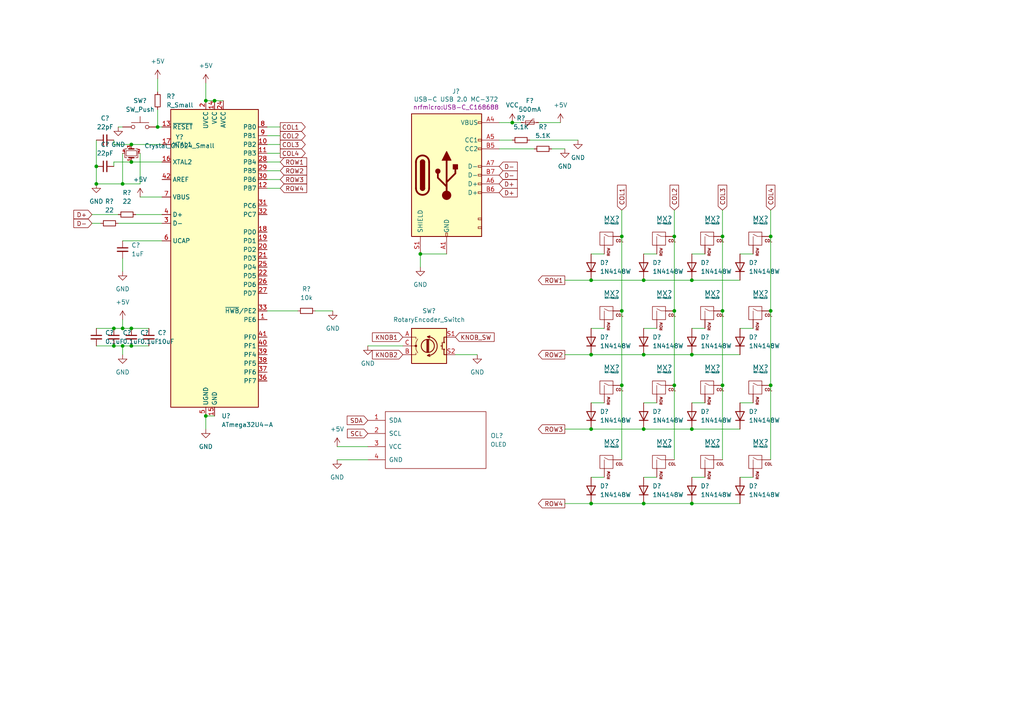
<source format=kicad_sch>
(kicad_sch (version 20211123) (generator eeschema)
  (paper "A4")
  (lib_symbols
    (symbol "Device:C_Small" (pin_numbers hide) (pin_names (offset 0.254) hide)
      (property "Reference" "C" (at 0.254 1.778 0))
      (property "Value" "C_Small" (at 0.254 -2.032 0))
      (symbol "C_Small_0_1"
        (polyline (pts (xy -1.524 -0.508) (xy 1.524 -0.508)) (stroke (width 0.3302)))
        (polyline (pts (xy -1.524 0.508) (xy 1.524 0.508)) (stroke (width 0.3048)))
      )
      (symbol "C_Small_1_1"
        (pin passive line (at 0 2.54 270) (length 2.032) (name "~") (number "1"))
        (pin passive line (at 0 -2.54 90) (length 2.032) (name "~") (number "2"))
      )
    )
    (symbol "Device:Crystal_GND24_Small" (pin_names (offset 1.016) hide)
      (property "Reference" "Y" (at 1.27 4.445 0))
      (property "Value" "Crystal_GND24_Small" (at 1.27 2.54 0))
      (symbol "Crystal_GND24_Small_0_1"
        (rectangle (start -0.762 -1.524) (end 0.762 1.524))
        (polyline (pts (xy -1.27 -0.762) (xy -1.27 0.762)) (stroke (width 0.381)))
        (polyline (pts (xy 1.27 -0.762) (xy 1.27 0.762)) (stroke (width 0.381)))
        (polyline (pts (xy -1.27 -1.27) (xy -1.27 -1.905) (xy 1.27 -1.905) (xy 1.27 -1.27)))
        (polyline (pts (xy -1.27 1.27) (xy -1.27 1.905) (xy 1.27 1.905) (xy 1.27 1.27)))
      )
      (symbol "Crystal_GND24_Small_1_1"
        (pin passive line (at -2.54 0 0) (length 1.27) (name "1") (number "1"))
        (pin passive line (at 0 -2.54 90) (length 0.635) (name "2") (number "2"))
        (pin passive line (at 2.54 0 180) (length 1.27) (name "3") (number "3"))
        (pin passive line (at 0 2.54 270) (length 0.635) (name "4") (number "4"))
      )
    )
    (symbol "Device:Polyfuse_Small" (pin_numbers hide) (pin_names (offset 0))
      (property "Reference" "F" (at -1.905 0 90))
      (property "Value" "Polyfuse_Small" (at 1.905 0 90))
      (symbol "Polyfuse_Small_0_1"
        (rectangle (start -0.508 1.27) (end 0.508 -1.27))
        (polyline (pts (xy 0 2.54) (xy 0 -2.54)))
        (polyline (pts (xy -1.016 1.27) (xy -1.016 0.762) (xy 1.016 -0.762) (xy 1.016 -1.27)))
      )
      (symbol "Polyfuse_Small_1_1"
        (pin passive line (at 0 2.54 270) (length 0.635) (name "~") (number "1"))
        (pin passive line (at 0 -2.54 90) (length 0.635) (name "~") (number "2"))
      )
    )
    (symbol "Device:R_Small" (pin_numbers hide) (pin_names (offset 0.254) hide)
      (property "Reference" "R" (at 0.762 0.508 0))
      (property "Value" "R_Small" (at 0.762 -1.016 0))
      (symbol "R_Small_0_1"
        (rectangle (start -0.762 1.778) (end 0.762 -1.778) (stroke (width 0.2032)))
      )
      (symbol "R_Small_1_1"
        (pin passive line (at 0 2.54 270) (length 0.762) (name "~") (number "1"))
        (pin passive line (at 0 -2.54 90) (length 0.762) (name "~") (number "2"))
      )
    )
    (symbol "Device:RotaryEncoder_Switch" (pin_names (offset 0.254) hide)
      (property "Reference" "SW" (at 0 6.604 0))
      (property "Value" "RotaryEncoder_Switch" (at 0 -6.604 0))
      (symbol "RotaryEncoder_Switch_0_1"
        (rectangle (start -5.08 5.08) (end 5.08 -5.08) (stroke (width 0.254)) (fill (type background)))
        (circle (center -3.81 0) (radius 0.254) (fill (type outline)))
        (arc (start -0.381 -2.794) (mid 2.3622 -0.0508) (end -0.381 2.667) (stroke (width 0.254)))
        (circle (center -0.381 0) (radius 1.905) (stroke (width 0.254)))
        (polyline (pts (xy -0.635 -1.778) (xy -0.635 1.778)) (stroke (width 0.254)))
        (polyline (pts (xy -0.381 -1.778) (xy -0.381 1.778)) (stroke (width 0.254)))
        (polyline (pts (xy -0.127 1.778) (xy -0.127 -1.778)) (stroke (width 0.254)))
        (polyline (pts (xy 3.81 0) (xy 3.429 0)) (stroke (width 0.254)))
        (polyline (pts (xy 3.81 1.016) (xy 3.81 -1.016)) (stroke (width 0.254)))
        (polyline (pts (xy -5.08 -2.54) (xy -3.81 -2.54) (xy -3.81 -2.032)))
        (polyline (pts (xy -5.08 2.54) (xy -3.81 2.54) (xy -3.81 2.032)))
        (polyline (pts (xy 0.254 -3.048) (xy -0.508 -2.794) (xy 0.127 -2.413)) (stroke (width 0.254)))
        (polyline (pts (xy 0.254 2.921) (xy -0.508 2.667) (xy 0.127 2.286)) (stroke (width 0.254)))
        (polyline (pts (xy 5.08 -2.54) (xy 4.318 -2.54) (xy 4.318 -1.016)) (stroke (width 0.254)))
        (polyline (pts (xy 5.08 2.54) (xy 4.318 2.54) (xy 4.318 1.016)) (stroke (width 0.254)))
        (polyline (pts (xy -5.08 0) (xy -3.81 0) (xy -3.81 -1.016) (xy -3.302 -2.032)))
        (polyline (pts (xy -4.318 0) (xy -3.81 0) (xy -3.81 1.016) (xy -3.302 2.032)))
        (circle (center 4.318 -1.016) (radius 0.127) (stroke (width 0.254)))
        (circle (center 4.318 1.016) (radius 0.127) (stroke (width 0.254)))
      )
      (symbol "RotaryEncoder_Switch_1_1"
        (pin passive line (at -7.62 2.54 0) (length 2.54) (name "A") (number "A"))
        (pin passive line (at -7.62 -2.54 0) (length 2.54) (name "B") (number "B"))
        (pin passive line (at -7.62 0 0) (length 2.54) (name "C") (number "C"))
        (pin passive line (at 7.62 2.54 180) (length 2.54) (name "S1") (number "S1"))
        (pin passive line (at 7.62 -2.54 180) (length 2.54) (name "S2") (number "S2"))
      )
    )
    (symbol "Diode:1N4148W" (pin_numbers hide) (pin_names (offset 1.016) hide)
      (property "Reference" "D" (at 0 2.54 0))
      (property "Value" "1N4148W" (at 0 -2.54 0))
      (symbol "1N4148W_0_1"
        (polyline (pts (xy -1.27 1.27) (xy -1.27 -1.27)) (stroke (width 0.254)))
        (polyline (pts (xy 1.27 0) (xy -1.27 0)))
        (polyline (pts (xy 1.27 1.27) (xy 1.27 -1.27) (xy -1.27 0) (xy 1.27 1.27)) (stroke (width 0.254)))
      )
      (symbol "1N4148W_1_1"
        (pin passive line (at -3.81 0 0) (length 2.54) (name "K") (number "1"))
        (pin passive line (at 3.81 0 180) (length 2.54) (name "A") (number "2"))
      )
    )
    (symbol "MCU_Microchip_ATmega:ATmega32U4-A"
      (property "Reference" "U" (at -12.7 44.45 0))
      (property "Value" "ATmega32U4-A" (at 2.54 -44.45 0))
      (symbol "ATmega32U4-A_0_1"
        (rectangle (start -12.7 -43.18) (end 12.7 43.18) (stroke (width 0.254)) (fill (type background)))
      )
      (symbol "ATmega32U4-A_1_1"
        (pin bidirectional line (at 15.24 -17.78 180) (length 2.54) (name "PE6") (number "1"))
        (pin bidirectional line (at 15.24 33.02 180) (length 2.54) (name "PB2") (number "10"))
        (pin bidirectional line (at 15.24 30.48 180) (length 2.54) (name "PB3") (number "11"))
        (pin bidirectional line (at 15.24 20.32 180) (length 2.54) (name "PB7") (number "12"))
        (pin input line (at -15.24 38.1 0) (length 2.54) (name "~{RESET}") (number "13"))
        (pin power_in line (at 0 45.72 270) (length 2.54) (name "VCC") (number "14"))
        (pin power_in line (at 0 -45.72 90) (length 2.54) (name "GND") (number "15"))
        (pin output line (at -15.24 27.94 0) (length 2.54) (name "XTAL2") (number "16"))
        (pin input line (at -15.24 33.02 0) (length 2.54) (name "XTAL1") (number "17"))
        (pin bidirectional line (at 15.24 7.62 180) (length 2.54) (name "PD0") (number "18"))
        (pin bidirectional line (at 15.24 5.08 180) (length 2.54) (name "PD1") (number "19"))
        (pin power_in line (at -2.54 45.72 270) (length 2.54) (name "UVCC") (number "2"))
        (pin bidirectional line (at 15.24 2.54 180) (length 2.54) (name "PD2") (number "20"))
        (pin bidirectional line (at 15.24 0 180) (length 2.54) (name "PD3") (number "21"))
        (pin bidirectional line (at 15.24 -5.08 180) (length 2.54) (name "PD5") (number "22"))
        (pin passive line (at 0 -45.72 90) (length 2.54) hide (name "GND") (number "23"))
        (pin power_in line (at 2.54 45.72 270) (length 2.54) (name "AVCC") (number "24"))
        (pin bidirectional line (at 15.24 -2.54 180) (length 2.54) (name "PD4") (number "25"))
        (pin bidirectional line (at 15.24 -7.62 180) (length 2.54) (name "PD6") (number "26"))
        (pin bidirectional line (at 15.24 -10.16 180) (length 2.54) (name "PD7") (number "27"))
        (pin bidirectional line (at 15.24 27.94 180) (length 2.54) (name "PB4") (number "28"))
        (pin bidirectional line (at 15.24 25.4 180) (length 2.54) (name "PB5") (number "29"))
        (pin bidirectional line (at -15.24 10.16 0) (length 2.54) (name "D-") (number "3"))
        (pin bidirectional line (at 15.24 22.86 180) (length 2.54) (name "PB6") (number "30"))
        (pin bidirectional line (at 15.24 15.24 180) (length 2.54) (name "PC6") (number "31"))
        (pin bidirectional line (at 15.24 12.7 180) (length 2.54) (name "PC7") (number "32"))
        (pin bidirectional line (at 15.24 -15.24 180) (length 2.54) (name "~{HWB}/PE2") (number "33"))
        (pin passive line (at 0 45.72 270) (length 2.54) hide (name "VCC") (number "34"))
        (pin passive line (at 0 -45.72 90) (length 2.54) hide (name "GND") (number "35"))
        (pin bidirectional line (at 15.24 -35.56 180) (length 2.54) (name "PF7") (number "36"))
        (pin bidirectional line (at 15.24 -33.02 180) (length 2.54) (name "PF6") (number "37"))
        (pin bidirectional line (at 15.24 -30.48 180) (length 2.54) (name "PF5") (number "38"))
        (pin bidirectional line (at 15.24 -27.94 180) (length 2.54) (name "PF4") (number "39"))
        (pin bidirectional line (at -15.24 12.7 0) (length 2.54) (name "D+") (number "4"))
        (pin bidirectional line (at 15.24 -25.4 180) (length 2.54) (name "PF1") (number "40"))
        (pin bidirectional line (at 15.24 -22.86 180) (length 2.54) (name "PF0") (number "41"))
        (pin passive line (at -15.24 22.86 0) (length 2.54) (name "AREF") (number "42"))
        (pin passive line (at 0 -45.72 90) (length 2.54) hide (name "GND") (number "43"))
        (pin passive line (at 2.54 45.72 270) (length 2.54) hide (name "AVCC") (number "44"))
        (pin passive line (at -2.54 -45.72 90) (length 2.54) (name "UGND") (number "5"))
        (pin passive line (at -15.24 5.08 0) (length 2.54) (name "UCAP") (number "6"))
        (pin input line (at -15.24 17.78 0) (length 2.54) (name "VBUS") (number "7"))
        (pin bidirectional line (at 15.24 38.1 180) (length 2.54) (name "PB0") (number "8"))
        (pin bidirectional line (at 15.24 35.56 180) (length 2.54) (name "PB1") (number "9"))
      )
    )
    (symbol "MX_Alps_Hybrid:MX-NoLED" (pin_names (offset 1.016))
      (property "Reference" "MX" (at -0.635 3.81 0))
      (property "Value" "MX-NoLED" (at -0.635 1.27 0))
      (symbol "MX-NoLED_0_0"
        (rectangle (start -2.54 2.54) (end 1.27 -1.27))
        (polyline (pts (xy -1.27 -1.27) (xy -1.27 1.27)) (stroke (width 0.127)))
        (polyline (pts (xy 1.27 1.27) (xy 0 1.27) (xy -1.27 1.905)) (stroke (width 0.127)))
        (text "COL" (at 3.175 0 0) (effects (font (size 0.762 0.762))))
        (text "ROW" (at 0 -1.905 900) (effects (font (size 0.762 0.762)) (justify right)))
      )
      (symbol "MX-NoLED_1_1"
        (pin passive line (at 3.81 1.27 180) (length 2.54) (name "COL") (number "1"))
        (pin passive line (at -1.27 -3.81 90) (length 2.54) (name "ROW") (number "2"))
      )
    )
    (symbol "Switch:SW_Push" (pin_numbers hide) (pin_names (offset 1.016) hide)
      (property "Reference" "SW" (at 1.27 2.54 0))
      (property "Value" "SW_Push" (at 0 -1.524 0))
      (symbol "SW_Push_0_1"
        (circle (center -2.032 0) (radius 0.508))
        (polyline (pts (xy 0 1.27) (xy 0 3.048)))
        (polyline (pts (xy 2.54 1.27) (xy -2.54 1.27)))
        (circle (center 2.032 0) (radius 0.508))
        (pin passive line (at -5.08 0 0) (length 2.54) (name "1") (number "1"))
        (pin passive line (at 5.08 0 180) (length 2.54) (name "2") (number "2"))
      )
    )
    (symbol "kbd:OLED" (pin_names (offset 1.016))
      (property "Reference" "OL" (at 0 2.54 0))
      (property "Value" "OLED" (at 0 -1.27 0))
      (symbol "OLED_0_1"
        (rectangle (start -13.97 8.89) (end 15.24 -7.62))
      )
      (symbol "OLED_1_1"
        (pin bidirectional line (at -19.05 6.35 0) (length 5.08) (name "SDA") (number "1"))
        (pin bidirectional line (at -19.05 2.54 0) (length 5.08) (name "SCL") (number "2"))
        (pin power_in line (at -19.05 -1.27 0) (length 5.08) (name "VCC") (number "3"))
        (pin power_in line (at -19.05 -5.08 0) (length 5.08) (name "GND") (number "4"))
      )
    )
    (symbol "nrfmicro:USB_C_Receptacle_USB2.0" (pin_names (offset 1.016))
      (property "Reference" "J" (at -10.16 19.05 0))
      (property "Value" "USB_C_Receptacle_USB2.0" (at 19.05 19.05 0))
      (symbol "USB_C_Receptacle_USB2.0_0_0"
        (rectangle (start -0.254 -17.78) (end 0.254 -16.764))
        (rectangle (start 10.16 -14.986) (end 9.144 -15.494))
        (rectangle (start 10.16 -12.446) (end 9.144 -12.954))
        (rectangle (start 10.16 -4.826) (end 9.144 -5.334))
        (rectangle (start 10.16 -2.286) (end 9.144 -2.794))
        (rectangle (start 10.16 0.254) (end 9.144 -0.254))
        (rectangle (start 10.16 2.794) (end 9.144 2.286))
        (rectangle (start 10.16 7.874) (end 9.144 7.366))
        (rectangle (start 10.16 10.414) (end 9.144 9.906))
        (rectangle (start 10.16 15.494) (end 9.144 14.986))
      )
      (symbol "USB_C_Receptacle_USB2.0_0_1"
        (rectangle (start -10.16 17.78) (end 10.16 -17.78) (stroke (width 0.254)) (fill (type background)))
        (arc (start -8.89 -3.81) (mid -6.985 -5.715) (end -5.08 -3.81) (stroke (width 0.508)))
        (arc (start -7.62 -3.81) (mid -6.985 -4.445) (end -6.35 -3.81) (stroke (width 0.254)))
        (arc (start -7.62 -3.81) (mid -6.985 -4.445) (end -6.35 -3.81) (stroke (width 0.254)) (fill (type outline)))
        (rectangle (start -7.62 -3.81) (end -6.35 3.81) (stroke (width 0.254)) (fill (type outline)))
        (arc (start -6.35 3.81) (mid -6.985 4.445) (end -7.62 3.81) (stroke (width 0.254)))
        (arc (start -6.35 3.81) (mid -6.985 4.445) (end -7.62 3.81) (stroke (width 0.254)) (fill (type outline)))
        (arc (start -5.08 3.81) (mid -6.985 5.715) (end -8.89 3.81) (stroke (width 0.508)))
        (circle (center -2.54 1.143) (radius 0.635) (stroke (width 0.254)) (fill (type outline)))
        (circle (center 0 -5.842) (radius 1.27) (fill (type outline)))
        (polyline (pts (xy -8.89 -3.81) (xy -8.89 3.81)) (stroke (width 0.508)))
        (polyline (pts (xy -5.08 3.81) (xy -5.08 -3.81)) (stroke (width 0.508)))
        (polyline (pts (xy 0 -5.842) (xy 0 4.318)) (stroke (width 0.508)))
        (polyline (pts (xy 0 -3.302) (xy -2.54 -0.762) (xy -2.54 0.508)) (stroke (width 0.508)))
        (polyline (pts (xy 0 -2.032) (xy 2.54 0.508) (xy 2.54 1.778)) (stroke (width 0.508)))
        (polyline (pts (xy -1.27 4.318) (xy 0 6.858) (xy 1.27 4.318) (xy -1.27 4.318)) (stroke (width 0.254)) (fill (type outline)))
        (rectangle (start 1.905 1.778) (end 3.175 3.048) (stroke (width 0.254)) (fill (type outline)))
      )
      (symbol "USB_C_Receptacle_USB2.0_1_1"
        (pin power_in line (at 0 -22.86 90) (length 5.08) (name "GND") (number "A1"))
        (pin power_in line (at 15.24 15.24 180) (length 5.08) (name "VBUS") (number "A4"))
        (pin bidirectional line (at 15.24 10.16 180) (length 5.08) (name "CC1") (number "A5"))
        (pin bidirectional line (at 15.24 -2.54 180) (length 5.08) (name "D+") (number "A6"))
        (pin bidirectional line (at 15.24 2.54 180) (length 5.08) (name "D-") (number "A7"))
        (pin bidirectional line (at 15.24 7.62 180) (length 5.08) (name "CC2") (number "B5"))
        (pin bidirectional line (at 15.24 -5.08 180) (length 5.08) (name "D+") (number "B6"))
        (pin bidirectional line (at 15.24 0 180) (length 5.08) (name "D-") (number "B7"))
        (pin passive line (at -7.62 -22.86 90) (length 5.08) (name "SHIELD") (number "S1"))
      )
    )
    (symbol "power:+5V" (power) (pin_names (offset 0))
      (property "Value" "+5V" (at 0 3.556 0))
      (symbol "+5V_0_1"
        (polyline (pts (xy -0.762 1.27) (xy 0 2.54)))
        (polyline (pts (xy 0 0) (xy 0 2.54)))
        (polyline (pts (xy 0 2.54) (xy 0.762 1.27)))
      )
      (symbol "+5V_1_1"
        (pin power_in line (at 0 0 90) (length 0) hide (name "+5V") (number "1"))
      )
    )
    (symbol "power:GND" (power) (pin_names (offset 0))
      (property "Value" "GND" (at 0 -3.81 0))
      (symbol "GND_0_1"
        (polyline (pts (xy 0 0) (xy 0 -1.27) (xy 1.27 -1.27) (xy 0 -2.54) (xy -1.27 -1.27) (xy 0 -1.27)))
      )
      (symbol "GND_1_1"
        (pin power_in line (at 0 0 270) (length 0) hide (name "GND") (number "1"))
      )
    )
    (symbol "power:VCC" (power) (pin_names (offset 0))
      (property "Value" "VCC" (at 0 3.81 0))
      (symbol "VCC_0_1"
        (polyline (pts (xy -0.762 1.27) (xy 0 2.54)))
        (polyline (pts (xy 0 0) (xy 0 2.54)))
        (polyline (pts (xy 0 2.54) (xy 0.762 1.27)))
      )
      (symbol "VCC_1_1"
        (pin power_in line (at 0 0 90) (length 0) hide (name "VCC") (number "1"))
      )
    )
  )
  (junction (at 200.66 102.87))
  (junction (at 27.94 48.26))
  (junction (at 195.58 111.76))
  (junction (at 200.66 146.05))
  (junction (at 180.34 68.58))
  (junction (at 148.59 35.56))
  (junction (at 33.02 95.25))
  (junction (at 35.56 95.25))
  (junction (at 35.56 53.34))
  (junction (at 38.1 100.33))
  (junction (at 38.1 46.99))
  (junction (at 209.55 90.17))
  (junction (at 59.69 120.65))
  (junction (at 209.55 111.76))
  (junction (at 38.1 41.91))
  (junction (at 200.66 81.28))
  (junction (at 62.23 29.21))
  (junction (at 38.1 95.25))
  (junction (at 35.56 100.33))
  (junction (at 200.66 124.46))
  (junction (at 195.58 68.58))
  (junction (at 209.55 68.58))
  (junction (at 171.45 124.46))
  (junction (at 186.69 102.87))
  (junction (at 223.52 111.76))
  (junction (at 186.69 146.05))
  (junction (at 171.45 146.05))
  (junction (at 186.69 81.28))
  (junction (at 45.72 36.83))
  (junction (at 223.52 90.17))
  (junction (at 180.34 90.17))
  (junction (at 195.58 90.17))
  (junction (at 171.45 81.28))
  (junction (at 121.92 73.66))
  (junction (at 186.69 124.46))
  (junction (at 180.34 111.76))
  (junction (at 59.69 29.21))
  (junction (at 33.02 100.33))
  (junction (at 171.45 102.87))
  (junction (at 27.94 53.34))
  (junction (at 223.52 68.58))
  (wire (pts (xy 40.64 53.34) (xy 35.56 53.34)))
  (wire (pts (xy 35.56 44.45) (xy 35.56 53.34)))
  (wire (pts (xy 27.94 48.26) (xy 27.94 53.34)))
  (wire (pts (xy 195.58 111.76) (xy 195.58 133.35)))
  (wire (pts (xy 97.79 133.35) (xy 106.68 133.35)))
  (wire (pts (xy 33.02 46.99) (xy 33.02 48.26)))
  (wire (pts (xy 59.69 120.65) (xy 59.69 124.46)))
  (wire (pts (xy 186.69 138.43) (xy 190.5 138.43)))
  (wire (pts (xy 214.63 138.43) (xy 218.44 138.43)))
  (wire (pts (xy 144.78 35.56) (xy 148.59 35.56)))
  (wire (pts (xy 77.47 52.07) (xy 81.28 52.07)))
  (wire (pts (xy 209.55 111.76) (xy 209.55 133.35)))
  (wire (pts (xy 195.58 60.96) (xy 195.58 68.58)))
  (wire (pts (xy 62.23 29.21) (xy 64.77 29.21)))
  (wire (pts (xy 195.58 90.17) (xy 195.58 111.76)))
  (wire (pts (xy 26.67 62.23) (xy 34.29 62.23)))
  (wire (pts (xy 214.63 73.66) (xy 218.44 73.66)))
  (wire (pts (xy 186.69 124.46) (xy 200.66 124.46)))
  (wire (pts (xy 153.67 40.64) (xy 167.64 40.64)))
  (wire (pts (xy 200.66 146.05) (xy 214.63 146.05)))
  (wire (pts (xy 163.83 81.28) (xy 171.45 81.28)))
  (wire (pts (xy 40.64 57.15) (xy 46.99 57.15)))
  (wire (pts (xy 35.56 53.34) (xy 27.94 53.34)))
  (wire (pts (xy 27.94 40.64) (xy 27.94 48.26)))
  (wire (pts (xy 180.34 60.96) (xy 180.34 68.58)))
  (wire (pts (xy 35.56 95.25) (xy 38.1 95.25)))
  (wire (pts (xy 35.56 100.33) (xy 38.1 100.33)))
  (wire (pts (xy 223.52 60.96) (xy 223.52 68.58)))
  (wire (pts (xy 186.69 73.66) (xy 190.5 73.66)))
  (wire (pts (xy 77.47 46.99) (xy 81.28 46.99)))
  (wire (pts (xy 38.1 100.33) (xy 43.18 100.33)))
  (wire (pts (xy 91.44 90.17) (xy 96.52 90.17)))
  (wire (pts (xy 171.45 95.25) (xy 175.26 95.25)))
  (wire (pts (xy 163.83 124.46) (xy 171.45 124.46)))
  (wire (pts (xy 186.69 146.05) (xy 200.66 146.05)))
  (wire (pts (xy 144.78 40.64) (xy 148.59 40.64)))
  (wire (pts (xy 77.47 41.91) (xy 81.28 41.91)))
  (wire (pts (xy 33.02 100.33) (xy 35.56 100.33)))
  (wire (pts (xy 121.92 73.66) (xy 129.54 73.66)))
  (wire (pts (xy 77.47 44.45) (xy 81.28 44.45)))
  (wire (pts (xy 171.45 73.66) (xy 175.26 73.66)))
  (wire (pts (xy 35.56 100.33) (xy 35.56 102.87)))
  (wire (pts (xy 38.1 46.99) (xy 33.02 46.99)))
  (wire (pts (xy 144.78 43.18) (xy 154.94 43.18)))
  (wire (pts (xy 200.66 102.87) (xy 214.63 102.87)))
  (wire (pts (xy 33.02 95.25) (xy 35.56 95.25)))
  (wire (pts (xy 160.02 43.18) (xy 163.83 43.18)))
  (wire (pts (xy 106.68 100.33) (xy 116.84 100.33)))
  (wire (pts (xy 35.56 92.71) (xy 35.56 95.25)))
  (wire (pts (xy 121.92 73.66) (xy 121.92 77.47)))
  (wire (pts (xy 209.55 68.58) (xy 209.55 90.17)))
  (wire (pts (xy 38.1 41.91) (xy 33.02 41.91)))
  (wire (pts (xy 186.69 95.25) (xy 190.5 95.25)))
  (wire (pts (xy 171.45 146.05) (xy 186.69 146.05)))
  (wire (pts (xy 209.55 90.17) (xy 209.55 111.76)))
  (wire (pts (xy 26.67 64.77) (xy 29.21 64.77)))
  (wire (pts (xy 77.47 90.17) (xy 86.36 90.17)))
  (wire (pts (xy 214.63 95.25) (xy 218.44 95.25)))
  (wire (pts (xy 59.69 29.21) (xy 62.23 29.21)))
  (wire (pts (xy 200.66 138.43) (xy 204.47 138.43)))
  (wire (pts (xy 223.52 68.58) (xy 223.52 90.17)))
  (wire (pts (xy 200.66 116.84) (xy 204.47 116.84)))
  (wire (pts (xy 200.66 95.25) (xy 204.47 95.25)))
  (wire (pts (xy 27.94 95.25) (xy 33.02 95.25)))
  (wire (pts (xy 27.94 100.33) (xy 33.02 100.33)))
  (wire (pts (xy 38.1 95.25) (xy 43.18 95.25)))
  (wire (pts (xy 38.1 41.91) (xy 46.99 41.91)))
  (wire (pts (xy 45.72 36.83) (xy 46.99 36.83)))
  (wire (pts (xy 186.69 116.84) (xy 190.5 116.84)))
  (wire (pts (xy 200.66 73.66) (xy 204.47 73.66)))
  (wire (pts (xy 180.34 90.17) (xy 180.34 111.76)))
  (wire (pts (xy 180.34 111.76) (xy 180.34 133.35)))
  (wire (pts (xy 180.34 68.58) (xy 180.34 90.17)))
  (wire (pts (xy 186.69 81.28) (xy 200.66 81.28)))
  (wire (pts (xy 214.63 116.84) (xy 218.44 116.84)))
  (wire (pts (xy 35.56 74.93) (xy 35.56 78.74)))
  (wire (pts (xy 40.64 44.45) (xy 40.64 53.34)))
  (wire (pts (xy 33.02 41.91) (xy 33.02 40.64)))
  (wire (pts (xy 39.37 62.23) (xy 46.99 62.23)))
  (wire (pts (xy 59.69 120.65) (xy 62.23 120.65)))
  (wire (pts (xy 200.66 124.46) (xy 214.63 124.46)))
  (wire (pts (xy 163.83 146.05) (xy 171.45 146.05)))
  (wire (pts (xy 34.29 36.83) (xy 35.56 36.83)))
  (wire (pts (xy 200.66 81.28) (xy 214.63 81.28)))
  (wire (pts (xy 45.72 31.75) (xy 45.72 36.83)))
  (wire (pts (xy 77.47 49.53) (xy 81.28 49.53)))
  (wire (pts (xy 77.47 54.61) (xy 81.28 54.61)))
  (wire (pts (xy 171.45 124.46) (xy 186.69 124.46)))
  (wire (pts (xy 97.79 129.54) (xy 106.68 129.54)))
  (wire (pts (xy 35.56 69.85) (xy 46.99 69.85)))
  (wire (pts (xy 163.83 102.87) (xy 171.45 102.87)))
  (wire (pts (xy 186.69 102.87) (xy 200.66 102.87)))
  (wire (pts (xy 171.45 138.43) (xy 175.26 138.43)))
  (wire (pts (xy 223.52 90.17) (xy 223.52 111.76)))
  (wire (pts (xy 171.45 116.84) (xy 175.26 116.84)))
  (wire (pts (xy 132.08 102.87) (xy 138.43 102.87)))
  (wire (pts (xy 195.58 68.58) (xy 195.58 90.17)))
  (wire (pts (xy 171.45 81.28) (xy 186.69 81.28)))
  (wire (pts (xy 77.47 36.83) (xy 81.28 36.83)))
  (wire (pts (xy 34.29 64.77) (xy 46.99 64.77)))
  (wire (pts (xy 209.55 60.96) (xy 209.55 68.58)))
  (wire (pts (xy 171.45 102.87) (xy 186.69 102.87)))
  (wire (pts (xy 148.59 35.56) (xy 151.13 35.56)))
  (wire (pts (xy 45.72 22.86) (xy 45.72 26.67)))
  (wire (pts (xy 77.47 39.37) (xy 81.28 39.37)))
  (wire (pts (xy 59.69 24.13) (xy 59.69 29.21)))
  (wire (pts (xy 38.1 46.99) (xy 46.99 46.99)))
  (wire (pts (xy 156.21 35.56) (xy 162.56 35.56)))
  (wire (pts (xy 223.52 111.76) (xy 223.52 133.35)))
  (global_label "COL1" (shape output) (at 81.28 36.83 0) (property "Intersheet References" "${INTERSHEET_REFS}" (effects hide)))
  (global_label "D-" (shape input) (at 26.67 64.77 180) (property "Intersheet References" "${INTERSHEET_REFS}" (effects hide)))
  (global_label "KNOB2" (shape input) (at 116.84 102.87 180) (property "Intersheet References" "${INTERSHEET_REFS}" (effects hide)))
  (global_label "ROW1" (shape output) (at 163.83 81.28 180) (property "Intersheet References" "${INTERSHEET_REFS}" (effects hide)))
  (global_label "ROW3" (shape output) (at 163.83 124.46 180) (property "Intersheet References" "${INTERSHEET_REFS}" (effects hide)))
  (global_label "ROW2" (shape output) (at 163.83 102.87 180) (property "Intersheet References" "${INTERSHEET_REFS}" (effects hide)))
  (global_label "COL2" (shape output) (at 81.28 39.37 0) (property "Intersheet References" "${INTERSHEET_REFS}" (effects hide)))
  (global_label "SDA" (shape input) (at 106.68 121.92 180) (property "Intersheet References" "${INTERSHEET_REFS}" (effects hide)))
  (global_label "ROW4" (shape output) (at 163.83 146.05 180) (property "Intersheet References" "${INTERSHEET_REFS}" (effects hide)))
  (global_label "ROW2" (shape input) (at 81.28 49.53 0) (property "Intersheet References" "${INTERSHEET_REFS}" (effects hide)))
  (global_label "D+" (shape input) (at 144.78 55.88 0) (property "Intersheet References" "${INTERSHEET_REFS}" (effects hide)))
  (global_label "D+" (shape input) (at 144.78 53.34 0) (property "Intersheet References" "${INTERSHEET_REFS}" (effects hide)))
  (global_label "KNOB1" (shape input) (at 116.84 97.79 180) (property "Intersheet References" "${INTERSHEET_REFS}" (effects hide)))
  (global_label "ROW1" (shape input) (at 81.28 46.99 0) (property "Intersheet References" "${INTERSHEET_REFS}" (effects hide)))
  (global_label "ROW3" (shape input) (at 81.28 52.07 0) (property "Intersheet References" "${INTERSHEET_REFS}" (effects hide)))
  (global_label "KNOB_SW" (shape input) (at 132.08 97.79 0) (property "Intersheet References" "${INTERSHEET_REFS}" (effects hide)))
  (global_label "COL3" (shape output) (at 81.28 41.91 0) (property "Intersheet References" "${INTERSHEET_REFS}" (effects hide)))
  (global_label "COL1" (shape input) (at 180.34 60.96 90) (property "Intersheet References" "${INTERSHEET_REFS}" (effects hide)))
  (global_label "SCL" (shape input) (at 106.68 125.73 180) (property "Intersheet References" "${INTERSHEET_REFS}" (effects hide)))
  (global_label "D-" (shape input) (at 144.78 48.26 0) (property "Intersheet References" "${INTERSHEET_REFS}" (effects hide)))
  (global_label "D+" (shape input) (at 26.67 62.23 180) (property "Intersheet References" "${INTERSHEET_REFS}" (effects hide)))
  (global_label "COL2" (shape input) (at 195.58 60.96 90) (property "Intersheet References" "${INTERSHEET_REFS}" (effects hide)))
  (global_label "D-" (shape input) (at 144.78 50.8 0) (property "Intersheet References" "${INTERSHEET_REFS}" (effects hide)))
  (global_label "COL4" (shape output) (at 81.28 44.45 0) (property "Intersheet References" "${INTERSHEET_REFS}" (effects hide)))
  (global_label "COL3" (shape input) (at 209.55 60.96 90) (property "Intersheet References" "${INTERSHEET_REFS}" (effects hide)))
  (global_label "ROW4" (shape input) (at 81.28 54.61 0) (property "Intersheet References" "${INTERSHEET_REFS}" (effects hide)))
  (global_label "COL4" (shape input) (at 223.52 60.96 90) (property "Intersheet References" "${INTERSHEET_REFS}" (effects hide)))
  (symbol (lib_id "MX_Alps_Hybrid:MX-NoLED") (at 191.77 69.85 0) (unit 1)
    (property "Reference" "MX?" (at 192.6556 63.5 0) (effects (font (size 1.524 1.524))))
    (property "Value" "MX-NoLED" (at 192.6556 64.77 0) (effects (font (size 0.508 0.508))))
  )
  (symbol (lib_id "MX_Alps_Hybrid:MX-NoLED") (at 219.71 91.44 0) (unit 1)
    (property "Reference" "MX?" (at 220.5956 85.09 0) (effects (font (size 1.524 1.524))))
    (property "Value" "MX-NoLED" (at 220.5956 86.36 0) (effects (font (size 0.508 0.508))))
  )
  (symbol (lib_id "MX_Alps_Hybrid:MX-NoLED") (at 191.77 91.44 0) (unit 1)
    (property "Reference" "MX?" (at 192.6556 85.09 0) (effects (font (size 1.524 1.524))))
    (property "Value" "MX-NoLED" (at 192.6556 86.36 0) (effects (font (size 0.508 0.508))))
  )
  (symbol (lib_id "Diode:1N4148W") (at 214.63 77.47 90) (unit 1)
    (property "Reference" "D?" (at 217.17 76.1999 90) (effects (justify right)))
    (property "Value" "1N4148W" (at 217.17 78.7399 90) (effects (justify right)))
    (property "Footprint" "Diode_SMD:D_SOD-123" (effects hide))
    (property "Datasheet" "https://www.vishay.com/docs/85748/1n4148w.pdf" (effects hide))
  )
  (symbol (lib_id "Diode:1N4148W") (at 186.69 120.65 90) (unit 1)
    (property "Reference" "D?" (at 189.23 119.3799 90) (effects (justify right)))
    (property "Value" "1N4148W" (at 189.23 121.9199 90) (effects (justify right)))
    (property "Footprint" "Diode_SMD:D_SOD-123" (effects hide))
    (property "Datasheet" "https://www.vishay.com/docs/85748/1n4148w.pdf" (effects hide))
  )
  (symbol (lib_id "Device:R_Small") (at 45.72 29.21 0) (unit 1)
    (property "Reference" "R?" (at 48.26 27.9399 0) (effects (justify left)))
    (property "Value" "R_Small" (at 48.26 30.4799 0) (effects (justify left)))
  )
  (symbol (lib_id "MX_Alps_Hybrid:MX-NoLED") (at 219.71 113.03 0) (unit 1)
    (property "Reference" "MX?" (at 220.5956 106.68 0) (effects (font (size 1.524 1.524))))
    (property "Value" "MX-NoLED" (at 220.5956 107.95 0) (effects (font (size 0.508 0.508))))
  )
  (symbol (lib_id "Diode:1N4148W") (at 214.63 99.06 90) (unit 1)
    (property "Reference" "D?" (at 217.17 97.7899 90) (effects (justify right)))
    (property "Value" "1N4148W" (at 217.17 100.3299 90) (effects (justify right)))
    (property "Footprint" "Diode_SMD:D_SOD-123" (effects hide))
    (property "Datasheet" "https://www.vishay.com/docs/85748/1n4148w.pdf" (effects hide))
  )
  (symbol (lib_id "Diode:1N4148W") (at 214.63 142.24 90) (unit 1)
    (property "Reference" "D?" (at 217.17 140.9699 90) (effects (justify right)))
    (property "Value" "1N4148W" (at 217.17 143.5099 90) (effects (justify right)))
    (property "Footprint" "Diode_SMD:D_SOD-123" (effects hide))
    (property "Datasheet" "https://www.vishay.com/docs/85748/1n4148w.pdf" (effects hide))
  )
  (symbol (lib_id "MX_Alps_Hybrid:MX-NoLED") (at 176.53 91.44 0) (unit 1)
    (property "Reference" "MX?" (at 177.4156 85.09 0) (effects (font (size 1.524 1.524))))
    (property "Value" "MX-NoLED" (at 177.4156 86.36 0) (effects (font (size 0.508 0.508))))
  )
  (symbol (lib_id "Device:R_Small") (at 31.75 64.77 90) (unit 1)
    (property "Reference" "R?" (at 31.75 58.42 90))
    (property "Value" "22" (at 31.75 60.96 90))
  )
  (symbol (lib_id "Diode:1N4148W") (at 214.63 120.65 90) (unit 1)
    (property "Reference" "D?" (at 217.17 119.3799 90) (effects (justify right)))
    (property "Value" "1N4148W" (at 217.17 121.9199 90) (effects (justify right)))
    (property "Footprint" "Diode_SMD:D_SOD-123" (effects hide))
    (property "Datasheet" "https://www.vishay.com/docs/85748/1n4148w.pdf" (effects hide))
  )
  (symbol (lib_id "power:+5V") (at 162.56 35.56 0) (unit 1)
    (property "Reference" "#PWR?" (effects hide))
    (property "Value" "+5V" (at 162.56 30.48 0))
  )
  (symbol (lib_id "MX_Alps_Hybrid:MX-NoLED") (at 191.77 134.62 0) (unit 1)
    (property "Reference" "MX?" (at 192.6556 128.27 0) (effects (font (size 1.524 1.524))))
    (property "Value" "MX-NoLED" (at 192.6556 129.54 0) (effects (font (size 0.508 0.508))))
  )
  (symbol (lib_id "MX_Alps_Hybrid:MX-NoLED") (at 191.77 113.03 0) (unit 1)
    (property "Reference" "MX?" (at 192.6556 106.68 0) (effects (font (size 1.524 1.524))))
    (property "Value" "MX-NoLED" (at 192.6556 107.95 0) (effects (font (size 0.508 0.508))))
  )
  (symbol (lib_id "MCU_Microchip_ATmega:ATmega32U4-A") (at 62.23 74.93 0) (unit 1)
    (property "Reference" "U?" (at 64.2494 120.65 0) (effects (justify left)))
    (property "Value" "ATmega32U4-A" (at 64.2494 123.19 0) (effects (justify left)))
    (property "Footprint" "Package_QFP:TQFP-44_10x10mm_P0.8mm" (effects hide))
    (property "Datasheet" "http://ww1.microchip.com/downloads/en/DeviceDoc/Atmel-7766-8-bit-AVR-ATmega16U4-32U4_Datasheet.pdf" (effects hide))
  )
  (symbol (lib_id "Diode:1N4148W") (at 186.69 77.47 90) (unit 1)
    (property "Reference" "D?" (at 189.23 76.1999 90) (effects (justify right)))
    (property "Value" "1N4148W" (at 189.23 78.7399 90) (effects (justify right)))
    (property "Footprint" "Diode_SMD:D_SOD-123" (effects hide))
    (property "Datasheet" "https://www.vishay.com/docs/85748/1n4148w.pdf" (effects hide))
  )
  (symbol (lib_id "Diode:1N4148W") (at 171.45 142.24 90) (unit 1)
    (property "Reference" "D?" (at 173.99 140.9699 90) (effects (justify right)))
    (property "Value" "1N4148W" (at 173.99 143.5099 90) (effects (justify right)))
    (property "Footprint" "Diode_SMD:D_SOD-123" (effects hide))
    (property "Datasheet" "https://www.vishay.com/docs/85748/1n4148w.pdf" (effects hide))
  )
  (symbol (lib_id "power:+5V") (at 35.56 92.71 0) (unit 1)
    (property "Reference" "#PWR?" (effects hide))
    (property "Value" "+5V" (at 35.56 87.63 0))
  )
  (symbol (lib_id "power:GND") (at 121.92 77.47 0) (unit 1)
    (property "Reference" "#PWR?" (effects hide))
    (property "Value" "GND" (at 121.92 82.55 0))
  )
  (symbol (lib_id "Device:Polyfuse_Small") (at 153.67 35.56 90) (unit 1)
    (property "Reference" "F?" (at 153.67 29.21 90))
    (property "Value" "500mA" (at 153.67 31.75 90))
  )
  (symbol (lib_id "MX_Alps_Hybrid:MX-NoLED") (at 205.74 134.62 0) (unit 1)
    (property "Reference" "MX?" (at 206.6256 128.27 0) (effects (font (size 1.524 1.524))))
    (property "Value" "MX-NoLED" (at 206.6256 129.54 0) (effects (font (size 0.508 0.508))))
  )
  (symbol (lib_id "MX_Alps_Hybrid:MX-NoLED") (at 176.53 134.62 0) (unit 1)
    (property "Reference" "MX?" (at 177.4156 128.27 0) (effects (font (size 1.524 1.524))))
    (property "Value" "MX-NoLED" (at 177.4156 129.54 0) (effects (font (size 0.508 0.508))))
  )
  (symbol (lib_id "MX_Alps_Hybrid:MX-NoLED") (at 176.53 69.85 0) (unit 1)
    (property "Reference" "MX?" (at 177.4156 63.5 0) (effects (font (size 1.524 1.524))))
    (property "Value" "MX-NoLED" (at 177.4156 64.77 0) (effects (font (size 0.508 0.508))))
  )
  (symbol (lib_id "power:GND") (at 106.68 100.33 0) (unit 1)
    (property "Reference" "#PWR?" (effects hide))
    (property "Value" "GND" (at 106.68 105.41 0))
  )
  (symbol (lib_id "Diode:1N4148W") (at 200.66 142.24 90) (unit 1)
    (property "Reference" "D?" (at 203.2 140.9699 90) (effects (justify right)))
    (property "Value" "1N4148W" (at 203.2 143.5099 90) (effects (justify right)))
    (property "Footprint" "Diode_SMD:D_SOD-123" (effects hide))
    (property "Datasheet" "https://www.vishay.com/docs/85748/1n4148w.pdf" (effects hide))
  )
  (symbol (lib_id "Device:C_Small") (at 30.48 48.26 90) (unit 1)
    (property "Reference" "C?" (at 30.4863 41.91 90))
    (property "Value" "22pF" (at 30.4863 44.45 90))
  )
  (symbol (lib_id "Diode:1N4148W") (at 186.69 142.24 90) (unit 1)
    (property "Reference" "D?" (at 189.23 140.9699 90) (effects (justify right)))
    (property "Value" "1N4148W" (at 189.23 143.5099 90) (effects (justify right)))
    (property "Footprint" "Diode_SMD:D_SOD-123" (effects hide))
    (property "Datasheet" "https://www.vishay.com/docs/85748/1n4148w.pdf" (effects hide))
  )
  (symbol (lib_id "MX_Alps_Hybrid:MX-NoLED") (at 219.71 69.85 0) (unit 1)
    (property "Reference" "MX?" (at 220.5956 63.5 0) (effects (font (size 1.524 1.524))))
    (property "Value" "MX-NoLED" (at 220.5956 64.77 0) (effects (font (size 0.508 0.508))))
  )
  (symbol (lib_id "power:VCC") (at 148.59 35.56 0) (unit 1)
    (property "Reference" "#PWR?" (effects hide))
    (property "Value" "VCC" (at 148.59 30.48 0))
  )
  (symbol (lib_id "MX_Alps_Hybrid:MX-NoLED") (at 205.74 91.44 0) (unit 1)
    (property "Reference" "MX?" (at 206.6256 85.09 0) (effects (font (size 1.524 1.524))))
    (property "Value" "MX-NoLED" (at 206.6256 86.36 0) (effects (font (size 0.508 0.508))))
  )
  (symbol (lib_id "power:+5V") (at 59.69 24.13 0) (unit 1)
    (property "Reference" "#PWR?" (effects hide))
    (property "Value" "+5V" (at 59.69 19.05 0))
  )
  (symbol (lib_id "power:+5V") (at 40.64 57.15 0) (unit 1)
    (property "Reference" "#PWR?" (effects hide))
    (property "Value" "+5V" (at 40.64 52.07 0))
  )
  (symbol (lib_id "Device:C_Small") (at 27.94 97.79 0) (unit 1)
    (property "Reference" "C?" (at 30.48 96.5262 0) (effects (justify left)))
    (property "Value" "0.1uF" (at 30.48 99.0662 0) (effects (justify left)))
  )
  (symbol (lib_id "power:GND") (at 35.56 78.74 0) (unit 1)
    (property "Reference" "#PWR?" (effects hide))
    (property "Value" "GND" (at 35.56 83.82 0))
  )
  (symbol (lib_id "Device:C_Small") (at 33.02 97.79 0) (unit 1)
    (property "Reference" "C?" (at 35.56 96.5262 0) (effects (justify left)))
    (property "Value" "0.1uF" (at 35.56 99.0662 0) (effects (justify left)))
  )
  (symbol (lib_id "Device:RotaryEncoder_Switch") (at 124.46 100.33 0) (unit 1)
    (property "Reference" "SW?" (at 124.46 90.17 0))
    (property "Value" "RotaryEncoder_Switch" (at 124.46 92.71 0))
  )
  (symbol (lib_id "power:GND") (at 27.94 53.34 0) (unit 1)
    (property "Reference" "#PWR?" (effects hide))
    (property "Value" "GND" (at 27.94 58.42 0))
  )
  (symbol (lib_id "Diode:1N4148W") (at 200.66 77.47 90) (unit 1)
    (property "Reference" "D?" (at 203.2 76.1999 90) (effects (justify right)))
    (property "Value" "1N4148W" (at 203.2 78.7399 90) (effects (justify right)))
    (property "Footprint" "Diode_SMD:D_SOD-123" (effects hide))
    (property "Datasheet" "https://www.vishay.com/docs/85748/1n4148w.pdf" (effects hide))
  )
  (symbol (lib_id "power:GND") (at 167.64 40.64 0) (unit 1)
    (property "Reference" "#PWR?" (effects hide))
    (property "Value" "GND" (at 167.64 45.72 0))
  )
  (symbol (lib_id "power:+5V") (at 45.72 22.86 0) (unit 1)
    (property "Reference" "#PWR?" (effects hide))
    (property "Value" "+5V" (at 45.72 17.78 0))
  )
  (symbol (lib_id "Device:C_Small") (at 35.56 72.39 0) (unit 1)
    (property "Reference" "C?" (at 38.1 71.1262 0) (effects (justify left)))
    (property "Value" "1uF" (at 38.1 73.6662 0) (effects (justify left)))
  )
  (symbol (lib_id "MX_Alps_Hybrid:MX-NoLED") (at 205.74 69.85 0) (unit 1)
    (property "Reference" "MX?" (at 206.6256 63.5 0) (effects (font (size 1.524 1.524))))
    (property "Value" "MX-NoLED" (at 206.6256 64.77 0) (effects (font (size 0.508 0.508))))
  )
  (symbol (lib_id "power:GND") (at 163.83 43.18 0) (unit 1)
    (property "Reference" "#PWR?" (effects hide))
    (property "Value" "GND" (at 163.83 48.26 0))
  )
  (symbol (lib_id "Switch:SW_Push") (at 40.64 36.83 0) (unit 1)
    (property "Reference" "SW?" (at 40.64 29.21 0))
    (property "Value" "SW_Push" (at 40.64 31.75 0))
  )
  (symbol (lib_id "Diode:1N4148W") (at 171.45 120.65 90) (unit 1)
    (property "Reference" "D?" (at 173.99 119.3799 90) (effects (justify right)))
    (property "Value" "1N4148W" (at 173.99 121.9199 90) (effects (justify right)))
    (property "Footprint" "Diode_SMD:D_SOD-123" (effects hide))
    (property "Datasheet" "https://www.vishay.com/docs/85748/1n4148w.pdf" (effects hide))
  )
  (symbol (lib_id "power:GND") (at 97.79 133.35 0) (unit 1)
    (property "Reference" "#PWR?" (effects hide))
    (property "Value" "GND" (at 97.79 138.43 0))
  )
  (symbol (lib_id "power:GND") (at 35.56 102.87 0) (unit 1)
    (property "Reference" "#PWR?" (effects hide))
    (property "Value" "GND" (at 35.56 107.95 0))
  )
  (symbol (lib_id "power:GND") (at 59.69 124.46 0) (unit 1)
    (property "Reference" "#PWR?" (effects hide))
    (property "Value" "GND" (at 59.69 129.54 0))
  )
  (symbol (lib_id "Device:R_Small") (at 157.48 43.18 90) (unit 1)
    (property "Reference" "R?" (at 157.48 36.83 90))
    (property "Value" "5.1K" (at 157.48 39.37 90))
  )
  (symbol (lib_id "MX_Alps_Hybrid:MX-NoLED") (at 176.53 113.03 0) (unit 1)
    (property "Reference" "MX?" (at 177.4156 106.68 0) (effects (font (size 1.524 1.524))))
    (property "Value" "MX-NoLED" (at 177.4156 107.95 0) (effects (font (size 0.508 0.508))))
  )
  (symbol (lib_id "Diode:1N4148W") (at 186.69 99.06 90) (unit 1)
    (property "Reference" "D?" (at 189.23 97.7899 90) (effects (justify right)))
    (property "Value" "1N4148W" (at 189.23 100.3299 90) (effects (justify right)))
    (property "Footprint" "Diode_SMD:D_SOD-123" (effects hide))
    (property "Datasheet" "https://www.vishay.com/docs/85748/1n4148w.pdf" (effects hide))
  )
  (symbol (lib_id "power:+5V") (at 97.79 129.54 0) (unit 1)
    (property "Reference" "#PWR?" (effects hide))
    (property "Value" "+5V" (at 97.79 124.46 0))
  )
  (symbol (lib_id "MX_Alps_Hybrid:MX-NoLED") (at 219.71 134.62 0) (unit 1)
    (property "Reference" "MX?" (at 220.5956 128.27 0) (effects (font (size 1.524 1.524))))
    (property "Value" "MX-NoLED" (at 220.5956 129.54 0) (effects (font (size 0.508 0.508))))
  )
  (symbol (lib_id "kbd:OLED") (at 125.73 128.27 0) (unit 1)
    (property "Reference" "OL?" (at 142.24 126.365 0) (effects (font (size 1.2954 1.2954)) (justify left)))
    (property "Value" "OLED" (at 142.24 128.905 0) (effects (font (size 1.1938 1.1938)) (justify left)))
  )
  (symbol (lib_id "power:GND") (at 138.43 102.87 0) (unit 1)
    (property "Reference" "#PWR?" (effects hide))
    (property "Value" "GND" (at 138.43 107.95 0))
  )
  (symbol (lib_id "Device:C_Small") (at 30.48 40.64 90) (unit 1)
    (property "Reference" "C?" (at 30.4863 34.29 90))
    (property "Value" "22pF" (at 30.4863 36.83 90))
  )
  (symbol (lib_id "Device:C_Small") (at 43.18 97.79 0) (unit 1)
    (property "Reference" "C?" (at 45.72 96.5262 0) (effects (justify left)))
    (property "Value" "10uF" (at 45.72 99.0662 0) (effects (justify left)))
  )
  (symbol (lib_id "Diode:1N4148W") (at 200.66 99.06 90) (unit 1)
    (property "Reference" "D?" (at 203.2 97.7899 90) (effects (justify right)))
    (property "Value" "1N4148W" (at 203.2 100.3299 90) (effects (justify right)))
    (property "Footprint" "Diode_SMD:D_SOD-123" (effects hide))
    (property "Datasheet" "https://www.vishay.com/docs/85748/1n4148w.pdf" (effects hide))
  )
  (symbol (lib_id "Device:Crystal_GND24_Small") (at 38.1 44.45 90) (unit 1)
    (property "Reference" "Y?" (at 52.07 39.751 90))
    (property "Value" "Crystal_GND24_Small" (at 52.07 42.291 90))
  )
  (symbol (lib_id "Device:C_Small") (at 38.1 97.79 0) (unit 1)
    (property "Reference" "C?" (at 40.64 96.5262 0) (effects (justify left)))
    (property "Value" "0.1uF" (at 40.64 99.0662 0) (effects (justify left)))
  )
  (symbol (lib_id "power:GND") (at 96.52 90.17 0) (unit 1)
    (property "Reference" "#PWR?" (effects hide))
    (property "Value" "GND" (at 96.52 95.25 0))
  )
  (symbol (lib_id "Device:R_Small") (at 88.9 90.17 90) (unit 1)
    (property "Reference" "R?" (at 88.9 83.82 90))
    (property "Value" "10k" (at 88.9 86.36 90))
  )
  (symbol (lib_id "Device:R_Small") (at 151.13 40.64 90) (unit 1)
    (property "Reference" "R?" (at 151.13 34.29 90))
    (property "Value" "5.1K" (at 151.13 36.83 90))
  )
  (symbol (lib_id "power:GND") (at 34.29 36.83 0) (unit 1)
    (property "Reference" "#PWR?" (effects hide))
    (property "Value" "GND" (at 34.29 41.91 0))
  )
  (symbol (lib_id "nrfmicro:USB_C_Receptacle_USB2.0") (at 129.54 50.8 0) (unit 1)
    (property "Reference" "J?" (at 132.2578 26.4922 0))
    (property "Value" "USB-C USB 2.0 MC-372" (at 132.2578 28.8036 0))
    (property "Footprint" "nrfmicro:USB-C_C168688" (at 132.2578 31.115 0))
    (property "Datasheet" "https://www.usb.org/sites/default/files/documents/usb_type-c.zip" (effects hide))
  )
  (symbol (lib_id "Diode:1N4148W") (at 171.45 77.47 90) (unit 1)
    (property "Reference" "D?" (at 173.99 76.1999 90) (effects (justify right)))
    (property "Value" "1N4148W" (at 173.99 78.7399 90) (effects (justify right)))
    (property "Footprint" "Diode_SMD:D_SOD-123" (effects hide))
    (property "Datasheet" "https://www.vishay.com/docs/85748/1n4148w.pdf" (effects hide))
  )
  (symbol (lib_id "Diode:1N4148W") (at 171.45 99.06 90) (unit 1)
    (property "Reference" "D?" (at 173.99 97.7899 90) (effects (justify right)))
    (property "Value" "1N4148W" (at 173.99 100.3299 90) (effects (justify right)))
    (property "Footprint" "Diode_SMD:D_SOD-123" (effects hide))
    (property "Datasheet" "https://www.vishay.com/docs/85748/1n4148w.pdf" (effects hide))
  )
  (symbol (lib_id "MX_Alps_Hybrid:MX-NoLED") (at 205.74 113.03 0) (unit 1)
    (property "Reference" "MX?" (at 206.6256 106.68 0) (effects (font (size 1.524 1.524))))
    (property "Value" "MX-NoLED" (at 206.6256 107.95 0) (effects (font (size 0.508 0.508))))
  )
  (symbol (lib_id "Device:R_Small") (at 36.83 62.23 90) (unit 1)
    (property "Reference" "R?" (at 36.83 55.88 90))
    (property "Value" "22" (at 36.83 58.42 90))
  )
  (symbol (lib_id "Diode:1N4148W") (at 200.66 120.65 90) (unit 1)
    (property "Reference" "D?" (at 203.2 119.3799 90) (effects (justify right)))
    (property "Value" "1N4148W" (at 203.2 121.9199 90) (effects (justify right)))
    (property "Footprint" "Diode_SMD:D_SOD-123" (effects hide))
    (property "Datasheet" "https://www.vishay.com/docs/85748/1n4148w.pdf" (effects hide))
  )
)
</source>
